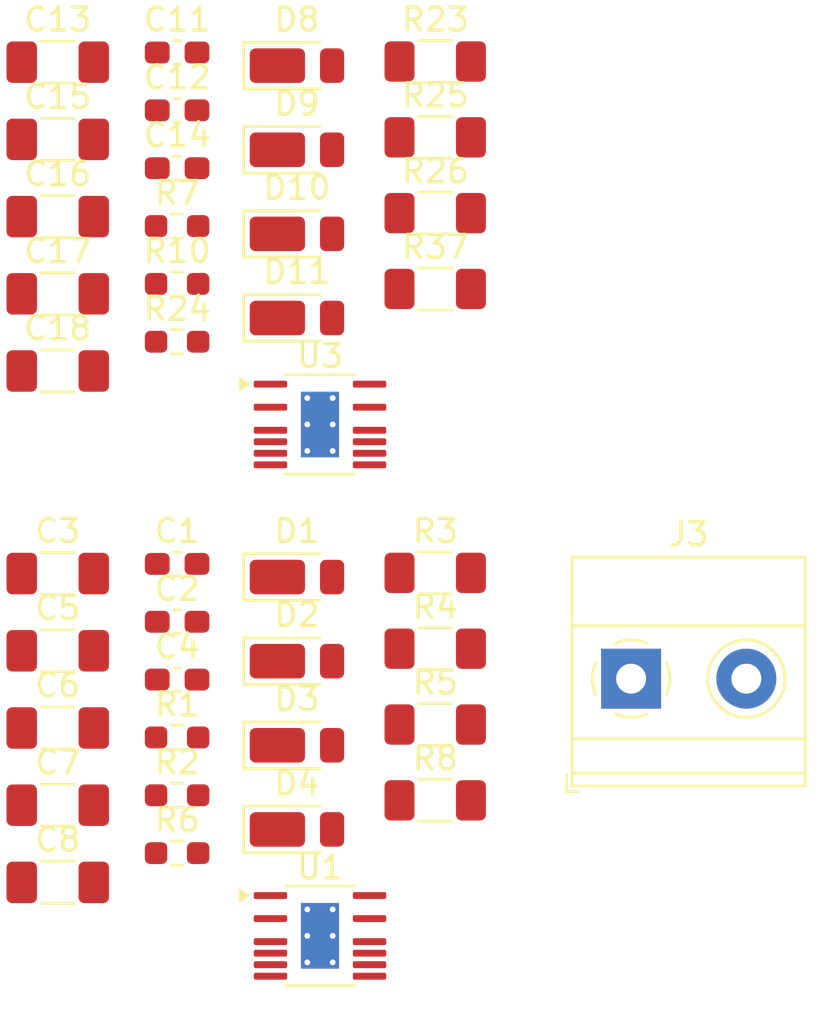
<source format=kicad_pcb>
(kicad_pcb (version 20240108) (generator "pcbnew") (generator_version "8.0")
  (layers (0 "F.Cu" signal) (31 "B.Cu" signal) (34 "B.Paste" user) (35 "F.Paste" user) (36 "B.SilkS" user "B.Silkscreen") (37 "F.SilkS" user "F.Silkscreen") (38 "B.Mask" user) (39 "F.Mask" user) (44 "Edge.Cuts" user))
  (net 0 "")
  (net 1 "Net-(U1-SS)")
  (net 2 "GND")
  (net 3 "Net-(C2-Pad1)")
  (net 4 "Net-(D1-K)")
  (net 5 "Net-(U1-SW1)")
  (net 6 "Net-(U1-INVTCC)")
  (net 7 "Net-(D3-K)")
  (net 8 "Net-(D4-K)")
  (net 9 "Net-(D2-K)")
  (net 10 "+110V")
  (net 11 "Net-(U3-SS)")
  (net 12 "Net-(C12-Pad1)")
  (net 13 "Net-(U3-SW1)")
  (net 14 "Net-(D8-A)")
  (net 15 "Net-(U3-INVTCC)")
  (net 16 "Net-(D10-A)")
  (net 17 "Net-(D10-K)")
  (net 18 "Net-(C16-Pad1)")
  (net 19 "-110V")
  (net 20 "Net-(D1-A)")
  (net 21 "Net-(D3-A)")
  (net 22 "Net-(D9-A)")
  (net 23 "Net-(D11-A)")
  (net 24 "+24V")
  (net 25 "Net-(U1-RT)")
  (net 26 "Net-(U1-VC)")
  (net 27 "Net-(U1-FBX)")
  (net 28 "Net-(U3-RT)")
  (net 29 "Net-(U3-VC)")
  (net 30 "Net-(U3-FBX)")
  (footprint "Capacitor_SMD:C_1206_3216Metric_Pad1.33x1.80mm_HandSolder" (layer "F.Cu") (at 140.173 111.995)
    (property "Reference" "C6" (at 0 -1.85 0) (layer "F.SilkS"))
    (property "Value" "0.22u")
    (fp_line (start -0.711252 -0.91) (end 0.711252 -0.91) (stroke (width 0.12)) (layer "F.SilkS"))
    (fp_line (start -0.711252 0.91) (end 0.711252 0.91) (stroke (width 0.12)) (layer "F.SilkS"))
    (pad "1" smd roundrect (at -1.5625 0) (size 1.325 1.8) (layers "F.Cu" "F.Paste" "F.Mask") (roundrect_rratio 0.188679) (net 8 "Net-(D4-K)"))
    (pad "2" smd roundrect (at 1.5625 0) (size 1.325 1.8) (layers "F.Cu" "F.Paste" "F.Mask") (roundrect_rratio 0.188679) (net 9 "Net-(D2-K)"))
  )
  (footprint "Capacitor_SMD:C_1206_3216Metric_Pad1.33x1.80mm_HandSolder" (layer "F.Cu") (at 140.173 96.505)
    (property "Reference" "C18" (at 0 -1.85 0) (layer "F.SilkS"))
    (property "Value" "0.1u")
    (fp_line (start -0.711252 -0.91) (end 0.711252 -0.91) (stroke (width 0.12)) (layer "F.SilkS"))
    (fp_line (start -0.711252 0.91) (end 0.711252 0.91) (stroke (width 0.12)) (layer "F.SilkS"))
    (pad "1" smd roundrect (at -1.5625 0) (size 1.325 1.8) (layers "F.Cu" "F.Paste" "F.Mask") (roundrect_rratio 0.188679) (net 19 "-110V"))
    (pad "2" smd roundrect (at 1.5625 0) (size 1.325 1.8) (layers "F.Cu" "F.Paste" "F.Mask") (roundrect_rratio 0.188679) (net 2 "GND"))
  )
  (footprint "TerminalBlock_Phoenix:TerminalBlock_Phoenix_MKDS-1,5-2_1x02_P5.00mm_Horizontal" (layer "F.Cu") (at 165.053 109.855)
    (property "Reference" "J3" (at 2.5 -6.26 0) (layer "F.SilkS"))
    (property "Value" "1715721")
    (fp_line (start -2.8 4.16) (end -2.8 4.9) (stroke (width 0.12)) (layer "F.SilkS"))
    (fp_line (start -2.8 4.9) (end -2.3 4.9) (stroke (width 0.12)) (layer "F.SilkS"))
    (fp_line (start -2.56 -5.261) (end -2.56 4.66) (stroke (width 0.12)) (layer "F.SilkS"))
    (fp_line (start -2.56 -5.261) (end 7.56 -5.261) (stroke (width 0.12)) (layer "F.SilkS"))
    (fp_line (start -2.56 -2.301) (end 7.56 -2.301) (stroke (width 0.12)) (layer "F.SilkS"))
    (fp_line (start -2.56 2.6) (end 7.56 2.6) (stroke (width 0.12)) (layer "F.SilkS"))
    (fp_line (start -2.56 4.1) (end 7.56 4.1) (stroke (width 0.12)) (layer "F.SilkS"))
    (fp_line (start -2.56 4.66) (end 7.56 4.66) (stroke (width 0.12)) (layer "F.SilkS"))
    (fp_line (start 3.773 1.023) (end 3.726 1.069) (stroke (width 0.12)) (layer "F.SilkS"))
    (fp_line (start 3.966 1.239) (end 3.931 1.274) (stroke (width 0.12)) (layer "F.SilkS"))
    (fp_line (start 6.07 -1.275) (end 6.035 -1.239) (stroke (width 0.12)) (layer "F.SilkS"))
    (fp_line (start 6.275 -1.069) (end 6.228 -1.023) (stroke (width 0.12)) (layer "F.SilkS"))
    (fp_line (start 7.56 -5.261) (end 7.56 4.66) (stroke (width 0.12)) (layer "F.SilkS"))
    (fp_arc (start -1.535427 0.683042) (mid -1.680501 -0.000524) (end -1.535 -0.684) (stroke (width 0.12)) (layer "F.SilkS"))
    (fp_arc (start -0.683042 -1.535427) (mid 0.000524 -1.680501) (end 0.684 -1.535) (stroke (width 0.12)) (layer "F.SilkS"))
    (fp_arc (start 0.028805 1.680253) (mid -0.335551 1.646659) (end -0.684 1.535) (stroke (width 0.12)) (layer "F.SilkS"))
    (fp_arc (start 0.683318 1.534756) (mid 0.349292 1.643288) (end 0 1.68) (stroke (width 0.12)) (layer "F.SilkS"))
    (fp_arc (start 1.535427 -0.683042) (mid 1.680501 0.000524) (end 1.535 0.684) (stroke (width 0.12)) (layer "F.SilkS"))
    (fp_circle (center 5 0) (end 6.68 0) (stroke (width 0.12)) (fill none) (layer "F.SilkS"))
    (pad "1" thru_hole rect (at 0 0) (size 2.6 2.6) (drill 1.3) (layers "*.Cu" "*.Mask") (net 24 "+24V"))
    (pad "2" thru_hole circle (at 5 0) (size 2.6 2.6) (drill 1.3) (layers "*.Cu" "*.Mask") (net 2 "GND"))
  )
  (footprint "BOOST_LT8365:05-08-1871_ADI" (layer "F.Cu") (at 151.553 98.825)
    (property "Reference" "U3" (at 0 -2.97 0) (layer "F.SilkS"))
    (property "Value" "LT8365")
    (fp_line (start 0 -2.16) (end -1.5 -2.16) (stroke (width 0.12)) (layer "F.SilkS"))
    (fp_line (start 0 -2.16) (end 1.5 -2.16) (stroke (width 0.12)) (layer "F.SilkS"))
    (fp_line (start 0 2.16) (end -1.5 2.16) (stroke (width 0.12)) (layer "F.SilkS"))
    (fp_line (start 0 2.16) (end 1.5 2.16) (stroke (width 0.12)) (layer "F.SilkS"))
    (fp_poly (pts (xy -3.135 -1.75) (xy -3.465 -1.99) (xy -3.465 -1.51) (xy -3.135 -1.75)) (stroke (width 0.12)) (fill solid) (layer "F.SilkS"))
    (pad "1" smd roundrect (at -2.15 -1.75) (size 1.45 0.3) (layers "F.Cu" "F.Paste" "F.Mask") (net 24 "+24V"))
    (pad "3" smd roundrect (at -2.15 -0.75) (size 1.45 0.3) (layers "F.Cu" "F.Paste" "F.Mask") (net 24 "+24V"))
    (pad "5" smd roundrect (at -2.15 0.25) (size 1.45 0.3) (layers "F.Cu" "F.Paste" "F.Mask") (net 15 "Net-(U3-INVTCC)"))
    (pad "6" smd roundrect (at -2.15 0.75) (size 1.45 0.3) (layers "F.Cu" "F.Paste" "F.Mask"))
    (pad "7" smd roundrect (at -2.15 1.25) (size 1.45 0.3) (layers "F.Cu" "F.Paste" "F.Mask") (net 2 "GND"))
    (pad "8" smd roundrect (at -2.15 1.75) (size 1.45 0.3) (layers "F.Cu" "F.Paste" "F.Mask") (net 29 "Net-(U3-VC)"))
    (pad "9" smd roundrect (at 2.15 1.75) (size 1.45 0.3) (layers "F.Cu" "F.Paste" "F.Mask") (net 30 "Net-(U3-FBX)"))
    (pad "10" smd roundrect (at 2.15 1.25) (size 1.45 0.3) (layers "F.Cu" "F.Paste" "F.Mask") (net 28 "Net-(U3-RT)"))
    (pad "11" smd roundrect (at 2.15 0.75) (size 1.45 0.3) (layers "F.Cu" "F.Paste" "F.Mask") (net 11 "Net-(U3-SS)"))
    (pad "12" smd roundrect (at 2.15 0.25) (size 1.45 0.3) (layers "F.Cu" "F.Paste" "F.Mask") (net 2 "GND"))
    (pad "14" smd roundrect (at 2.15 -0.75) (size 1.45 0.3) (layers "F.Cu" "F.Paste" "F.Mask") (net 13 "Net-(U3-SW1)"))
    (pad "16" smd roundrect (at 2.15 -1.75) (size 1.45 0.3) (layers "F.Cu" "F.Paste" "F.Mask") (net 13 "Net-(U3-SW1)"))
    (pad "17" thru_hole circle (at -0.5505 -1.1475) (size 0.55 0.55) (drill 0.25) (property pad_prop_heatsink) (layers "*.Cu") (net 2 "GND"))
    (pad "17" thru_hole circle (at -0.5505 0) (size 0.55 0.55) (drill 0.25) (property pad_prop_heatsink) (layers "*.Cu") (net 2 "GND"))
    (pad "17" thru_hole circle (at -0.5505 1.1475) (size 0.55 0.55) (drill 0.25) (property pad_prop_heatsink) (layers "*.Cu") (net 2 "GND"))
    (pad "17" smd rect (at 0 0) (size 1.651 2.845) (property pad_prop_heatsink) (layers "F.Cu" "F.Mask") (net 2 "GND"))
    (pad "17" smd rect (at 0 0) (size 1.651 2.845) (property pad_prop_heatsink) (layers "B.Cu") (net 2 "GND"))
    (pad "17" thru_hole circle (at 0.5505 -1.1475) (size 0.55 0.55) (drill 0.25) (property pad_prop_heatsink) (layers "*.Cu") (net 2 "GND"))
    (pad "17" thru_hole circle (at 0.5505 0) (size 0.55 0.55) (drill 0.25) (property pad_prop_heatsink) (layers "*.Cu") (net 2 "GND"))
    (pad "17" thru_hole circle (at 0.5505 1.1475) (size 0.55 0.55) (drill 0.25) (property pad_prop_heatsink) (layers "*.Cu") (net 2 "GND"))
  )
  (footprint "Capacitor_SMD:C_1206_3216Metric_Pad1.33x1.80mm_HandSolder" (layer "F.Cu") (at 140.173 115.345)
    (property "Reference" "C7" (at 0 -1.85 0) (layer "F.SilkS"))
    (property "Value" "0.22u")
    (fp_line (start -0.711252 -0.91) (end 0.711252 -0.91) (stroke (width 0.12)) (layer "F.SilkS"))
    (fp_line (start -0.711252 0.91) (end 0.711252 0.91) (stroke (width 0.12)) (layer "F.SilkS"))
    (pad "1" smd roundrect (at -1.5625 0) (size 1.325 1.8) (layers "F.Cu" "F.Paste" "F.Mask") (roundrect_rratio 0.188679) (net 9 "Net-(D2-K)"))
    (pad "2" smd roundrect (at 1.5625 0) (size 1.325 1.8) (layers "F.Cu" "F.Paste" "F.Mask") (roundrect_rratio 0.188679) (net 2 "GND"))
  )
  (footprint "Capacitor_SMD:C_1206_3216Metric_Pad1.33x1.80mm_HandSolder" (layer "F.Cu") (at 140.173 83.105)
    (property "Reference" "C13" (at 0 -1.85 0) (layer "F.SilkS"))
    (property "Value" "0.1u")
    (fp_line (start -0.711252 -0.91) (end 0.711252 -0.91) (stroke (width 0.12)) (layer "F.SilkS"))
    (fp_line (start -0.711252 0.91) (end 0.711252 0.91) (stroke (width 0.12)) (layer "F.SilkS"))
    (pad "1" smd roundrect (at -1.5625 0) (size 1.325 1.8) (layers "F.Cu" "F.Paste" "F.Mask") (roundrect_rratio 0.188679) (net 13 "Net-(U3-SW1)"))
    (pad "2" smd roundrect (at 1.5625 0) (size 1.325 1.8) (layers "F.Cu" "F.Paste" "F.Mask") (roundrect_rratio 0.188679) (net 14 "Net-(D8-A)"))
  )
  (footprint "Capacitor_SMD:C_1206_3216Metric_Pad1.33x1.80mm_HandSolder" (layer "F.Cu") (at 140.173 89.805)
    (property "Reference" "C16" (at 0 -1.85 0) (layer "F.SilkS"))
    (property "Value" "0.22u")
    (fp_line (start -0.711252 -0.91) (end 0.711252 -0.91) (stroke (width 0.12)) (layer "F.SilkS"))
    (fp_line (start -0.711252 0.91) (end 0.711252 0.91) (stroke (width 0.12)) (layer "F.SilkS"))
    (pad "1" smd roundrect (at -1.5625 0) (size 1.325 1.8) (layers "F.Cu" "F.Paste" "F.Mask") (roundrect_rratio 0.188679) (net 18 "Net-(C16-Pad1)"))
    (pad "2" smd roundrect (at 1.5625 0) (size 1.325 1.8) (layers "F.Cu" "F.Paste" "F.Mask") (roundrect_rratio 0.188679) (net 17 "Net-(D10-K)"))
  )
  (footprint "Diode_SMD:D_PowerDI-123" (layer "F.Cu") (at 150.553 109.095)
    (property "Reference" "D2" (at 0 -2 0) (layer "F.SilkS"))
    (property "Value" "DFLS1150")
    (fp_line (start -2.31 1.01) (end -2.31 -1.01) (stroke (width 0.12)) (layer "F.SilkS"))
    (fp_line (start -2.31 1.01) (end 1 1.01) (stroke (width 0.12)) (layer "F.SilkS"))
    (fp_line (start 1 -1.01) (end -2.31 -1.01) (stroke (width 0.12)) (layer "F.SilkS"))
    (pad "1" smd roundrect (at -0.85 0 180) (size 2.4 1.5) (layers "F.Cu" "F.Paste" "F.Mask") (roundrect_rratio 0.1666666667) (net 9 "Net-(D2-K)"))
    (pad "2" smd roundrect (at 1.525 0 180) (size 1.05 1.5) (layers "F.Cu" "F.Paste" "F.Mask") (roundrect_rratio 0.2380952381) (net 4 "Net-(D1-K)"))
  )
  (footprint "Capacitor_SMD:C_0603_1608Metric_Pad1.08x0.95mm_HandSolder" (layer "F.Cu") (at 145.353 104.875)
    (property "Reference" "C1" (at 0 -1.43 0) (layer "F.SilkS"))
    (property "Value" "0.22u")
    (fp_line (start -0.146267 -0.51) (end 0.146267 -0.51) (stroke (width 0.12)) (layer "F.SilkS"))
    (fp_line (start -0.146267 0.51) (end 0.146267 0.51) (stroke (width 0.12)) (layer "F.SilkS"))
    (pad "1" smd roundrect (at -0.8625 0) (size 1.075 0.95) (layers "F.Cu" "F.Paste" "F.Mask") (net 1 "Net-(U1-SS)"))
    (pad "2" smd roundrect (at 0.8625 0) (size 1.075 0.95) (layers "F.Cu" "F.Paste" "F.Mask") (net 2 "GND"))
  )
  (footprint "Capacitor_SMD:C_1206_3216Metric_Pad1.33x1.80mm_HandSolder" (layer "F.Cu") (at 140.173 93.155)
    (property "Reference" "C17" (at 0 -1.85 0) (layer "F.SilkS"))
    (property "Value" "0.22u")
    (fp_line (start -0.711252 -0.91) (end 0.711252 -0.91) (stroke (width 0.12)) (layer "F.SilkS"))
    (fp_line (start -0.711252 0.91) (end 0.711252 0.91) (stroke (width 0.12)) (layer "F.SilkS"))
    (pad "1" smd roundrect (at -1.5625 0) (size 1.325 1.8) (layers "F.Cu" "F.Paste" "F.Mask") (roundrect_rratio 0.188679) (net 17 "Net-(D10-K)"))
    (pad "2" smd roundrect (at 1.5625 0) (size 1.325 1.8) (layers "F.Cu" "F.Paste" "F.Mask") (roundrect_rratio 0.188679) (net 2 "GND"))
  )
  (footprint "Resistor_SMD:R_1206_3216Metric_Pad1.30x1.75mm_HandSolder" (layer "F.Cu") (at 156.553 86.365)
    (property "Reference" "R25" (at 0 -1.82 0) (layer "F.SilkS"))
    (property "Value" "47")
    (fp_line (start -0.727064 -0.91) (end 0.727064 -0.91) (stroke (width 0.12)) (layer "F.SilkS"))
    (fp_line (start -0.727064 0.91) (end 0.727064 0.91) (stroke (width 0.12)) (layer "F.SilkS"))
    (pad "1" smd roundrect (at -1.55 0) (size 1.3 1.75) (layers "F.Cu" "F.Paste" "F.Mask") (roundrect_rratio 0.192308) (net 18 "Net-(C16-Pad1)"))
    (pad "2" smd roundrect (at 1.55 0) (size 1.3 1.75) (layers "F.Cu" "F.Paste" "F.Mask") (roundrect_rratio 0.192308) (net 19 "-110V"))
  )
  (footprint "Resistor_SMD:R_0603_1608Metric_Pad0.98x0.95mm_HandSolder" (layer "F.Cu") (at 145.353 95.235)
    (property "Reference" "R24" (at 0 -1.43 0) (layer "F.SilkS"))
    (property "Value" "7k32")
    (fp_line (start -0.254724 -0.5225) (end 0.254724 -0.5225) (stroke (width 0.12)) (layer "F.SilkS"))
    (fp_line (start -0.254724 0.5225) (end 0.254724 0.5225) (stroke (width 0.12)) (layer "F.SilkS"))
    (pad "1" smd roundrect (at -0.9125 0) (size 0.975 0.95) (layers "F.Cu" "F.Paste" "F.Mask") (net 30 "Net-(U3-FBX)"))
    (pad "2" smd roundrect (at 0.9125 0) (size 0.975 0.95) (layers "F.Cu" "F.Paste" "F.Mask") (net 2 "GND"))
  )
  (footprint "Resistor_SMD:R_1206_3216Metric_Pad1.30x1.75mm_HandSolder" (layer "F.Cu") (at 156.553 115.135)
    (property "Reference" "R8" (at 0 -1.82 0) (layer "F.SilkS"))
    (property "Value" "47")
    (fp_line (start -0.727064 -0.91) (end 0.727064 -0.91) (stroke (width 0.12)) (layer "F.SilkS"))
    (fp_line (start -0.727064 0.91) (end 0.727064 0.91) (stroke (width 0.12)) (layer "F.SilkS"))
    (pad "1" smd roundrect (at -1.55 0) (size 1.3 1.75) (layers "F.Cu" "F.Paste" "F.Mask") (roundrect_rratio 0.192308) (net 8 "Net-(D4-K)"))
    (pad "2" smd roundrect (at 1.55 0) (size 1.3 1.75) (layers "F.Cu" "F.Paste" "F.Mask") (roundrect_rratio 0.192308) (net 10 "+110V"))
  )
  (footprint "Diode_SMD:D_PowerDI-123" (layer "F.Cu") (at 150.553 116.395)
    (property "Reference" "D4" (at 0 -2 0) (layer "F.SilkS"))
    (property "Value" "DFLS1150")
    (fp_line (start -2.31 1.01) (end -2.31 -1.01) (stroke (width 0.12)) (layer "F.SilkS"))
    (fp_line (start -2.31 1.01) (end 1 1.01) (stroke (width 0.12)) (layer "F.SilkS"))
    (fp_line (start 1 -1.01) (end -2.31 -1.01) (stroke (width 0.12)) (layer "F.SilkS"))
    (pad "1" smd roundrect (at -0.85 0 180) (size 2.4 1.5) (layers "F.Cu" "F.Paste" "F.Mask") (roundrect_rratio 0.1666666667) (net 8 "Net-(D4-K)"))
    (pad "2" smd roundrect (at 1.525 0 180) (size 1.05 1.5) (layers "F.Cu" "F.Paste" "F.Mask") (roundrect_rratio 0.2380952381) (net 7 "Net-(D3-K)"))
  )
  (footprint "Capacitor_SMD:C_1206_3216Metric_Pad1.33x1.80mm_HandSolder" (layer "F.Cu") (at 140.173 108.645)
    (property "Reference" "C5" (at 0 -1.85 0) (layer "F.SilkS"))
    (property "Value" "0.1u")
    (fp_line (start -0.711252 -0.91) (end 0.711252 -0.91) (stroke (width 0.12)) (layer "F.SilkS"))
    (fp_line (start -0.711252 0.91) (end 0.711252 0.91) (stroke (width 0.12)) (layer "F.SilkS"))
    (pad "1" smd roundrect (at -1.5625 0) (size 1.325 1.8) (layers "F.Cu" "F.Paste" "F.Mask") (roundrect_rratio 0.188679) (net 4 "Net-(D1-K)"))
    (pad "2" smd roundrect (at 1.5625 0) (size 1.325 1.8) (layers "F.Cu" "F.Paste" "F.Mask") (roundrect_rratio 0.188679) (net 7 "Net-(D3-K)"))
  )
  (footprint "Resistor_SMD:R_1206_3216Metric_Pad1.30x1.75mm_HandSolder" (layer "F.Cu") (at 156.553 83.075)
    (property "Reference" "R23" (at 0 -1.82 0) (layer "F.SilkS"))
    (property "Value" "20")
    (fp_line (start -0.727064 -0.91) (end 0.727064 -0.91) (stroke (width 0.12)) (layer "F.SilkS"))
    (fp_line (start -0.727064 0.91) (end 0.727064 0.91) (stroke (width 0.12)) (layer "F.SilkS"))
    (pad "1" smd roundrect (at -1.55 0) (size 1.3 1.75) (layers "F.Cu" "F.Paste" "F.Mask") (roundrect_rratio 0.192308) (net 22 "Net-(D9-A)"))
    (pad "2" smd roundrect (at 1.55 0) (size 1.3 1.75) (layers "F.Cu" "F.Paste" "F.Mask") (roundrect_rratio 0.192308) (net 17 "Net-(D10-K)"))
  )
  (footprint "Capacitor_SMD:C_1206_3216Metric_Pad1.33x1.80mm_HandSolder" (layer "F.Cu") (at 140.173 105.295)
    (property "Reference" "C3" (at 0 -1.85 0) (layer "F.SilkS"))
    (property "Value" "0.1u")
    (fp_line (start -0.711252 -0.91) (end 0.711252 -0.91) (stroke (width 0.12)) (layer "F.SilkS"))
    (fp_line (start -0.711252 0.91) (end 0.711252 0.91) (stroke (width 0.12)) (layer "F.SilkS"))
    (pad "1" smd roundrect (at -1.5625 0) (size 1.325 1.8) (layers "F.Cu" "F.Paste" "F.Mask") (roundrect_rratio 0.188679) (net 5 "Net-(U1-SW1)"))
    (pad "2" smd roundrect (at 1.5625 0) (size 1.325 1.8) (layers "F.Cu" "F.Paste" "F.Mask") (roundrect_rratio 0.188679) (net 4 "Net-(D1-K)"))
  )
  (footprint "Capacitor_SMD:C_0603_1608Metric_Pad1.08x0.95mm_HandSolder" (layer "F.Cu") (at 145.353 109.895)
    (property "Reference" "C4" (at 0 -1.43 0) (layer "F.SilkS"))
    (property "Value" "1u")
    (fp_line (start -0.146267 -0.51) (end 0.146267 -0.51) (stroke (width 0.12)) (layer "F.SilkS"))
    (fp_line (start -0.146267 0.51) (end 0.146267 0.51) (stroke (width 0.12)) (layer "F.SilkS"))
    (pad "1" smd roundrect (at -0.8625 0) (size 1.075 0.95) (layers "F.Cu" "F.Paste" "F.Mask") (net 6 "Net-(U1-INVTCC)"))
    (pad "2" smd roundrect (at 0.8625 0) (size 1.075 0.95) (layers "F.Cu" "F.Paste" "F.Mask") (net 2 "GND"))
  )
  (footprint "Resistor_SMD:R_0603_1608Metric_Pad0.98x0.95mm_HandSolder" (layer "F.Cu") (at 145.353 92.725)
    (property "Reference" "R10" (at 0 -1.43 0) (layer "F.SilkS"))
    (property "Value" "44k2")
    (fp_line (start -0.254724 -0.5225) (end 0.254724 -0.5225) (stroke (width 0.12)) (layer "F.SilkS"))
    (fp_line (start -0.254724 0.5225) (end 0.254724 0.5225) (stroke (width 0.12)) (layer "F.SilkS"))
    (pad "1" smd roundrect (at -0.9125 0) (size 0.975 0.95) (layers "F.Cu" "F.Paste" "F.Mask") (net 29 "Net-(U3-VC)"))
    (pad "2" smd roundrect (at 0.9125 0) (size 0.975 0.95) (layers "F.Cu" "F.Paste" "F.Mask") (net 12 "Net-(C12-Pad1)"))
  )
  (footprint "Diode_SMD:D_PowerDI-123" (layer "F.Cu") (at 150.553 94.205)
    (property "Reference" "D11" (at 0 -2 0) (layer "F.SilkS"))
    (property "Value" "DFLS1150")
    (fp_line (start -2.31 1.01) (end -2.31 -1.01) (stroke (width 0.12)) (layer "F.SilkS"))
    (fp_line (start -2.31 1.01) (end 1 1.01) (stroke (width 0.12)) (layer "F.SilkS"))
    (fp_line (start 1 -1.01) (end -2.31 -1.01) (stroke (width 0.12)) (layer "F.SilkS"))
    (pad "1" smd roundrect (at -0.85 0 180) (size 2.4 1.5) (layers "F.Cu" "F.Paste" "F.Mask") (roundrect_rratio 0.1666666667) (net 16 "Net-(D10-A)"))
    (pad "2" smd roundrect (at 1.525 0 180) (size 1.05 1.5) (layers "F.Cu" "F.Paste" "F.Mask") (roundrect_rratio 0.2380952381) (net 23 "Net-(D11-A)"))
  )
  (footprint "Diode_SMD:D_PowerDI-123" (layer "F.Cu") (at 150.553 112.745)
    (property "Reference" "D3" (at 0 -2 0) (layer "F.SilkS"))
    (property "Value" "DFLS1150")
    (fp_line (start -2.31 1.01) (end -2.31 -1.01) (stroke (width 0.12)) (layer "F.SilkS"))
    (fp_line (start -2.31 1.01) (end 1 1.01) (stroke (width 0.12)) (layer "F.SilkS"))
    (fp_line (start 1 -1.01) (end -2.31 -1.01) (stroke (width 0.12)) (layer "F.SilkS"))
    (pad "1" smd roundrect (at -0.85 0 180) (size 2.4 1.5) (layers "F.Cu" "F.Paste" "F.Mask") (roundrect_rratio 0.1666666667) (net 7 "Net-(D3-K)"))
    (pad "2" smd roundrect (at 1.525 0 180) (size 1.05 1.5) (layers "F.Cu" "F.Paste" "F.Mask") (roundrect_rratio 0.2380952381) (net 21 "Net-(D3-A)"))
  )
  (footprint "Diode_SMD:D_PowerDI-123" (layer "F.Cu") (at 150.553 105.445)
    (property "Reference" "D1" (at 0 -2 0) (layer "F.SilkS"))
    (property "Value" "DFLS1150")
    (fp_line (start -2.31 1.01) (end -2.31 -1.01) (stroke (width 0.12)) (layer "F.SilkS"))
    (fp_line (start -2.31 1.01) (end 1 1.01) (stroke (width 0.12)) (layer "F.SilkS"))
    (fp_line (start 1 -1.01) (end -2.31 -1.01) (stroke (width 0.12)) (layer "F.SilkS"))
    (pad "1" smd roundrect (at -0.85 0 180) (size 2.4 1.5) (layers "F.Cu" "F.Paste" "F.Mask") (roundrect_rratio 0.1666666667) (net 4 "Net-(D1-K)"))
    (pad "2" smd roundrect (at 1.525 0 180) (size 1.05 1.5) (layers "F.Cu" "F.Paste" "F.Mask") (roundrect_rratio 0.2380952381) (net 20 "Net-(D1-A)"))
  )
  (footprint "Capacitor_SMD:C_1206_3216Metric_Pad1.33x1.80mm_HandSolder" (layer "F.Cu") (at 140.173 86.455)
    (property "Reference" "C15" (at 0 -1.85 0) (layer "F.SilkS"))
    (property "Value" "0.1u")
    (fp_line (start -0.711252 -0.91) (end 0.711252 -0.91) (stroke (width 0.12)) (layer "F.SilkS"))
    (fp_line (start -0.711252 0.91) (end 0.711252 0.91) (stroke (width 0.12)) (layer "F.SilkS"))
    (pad "1" smd roundrect (at -1.5625 0) (size 1.325 1.8) (layers "F.Cu" "F.Paste" "F.Mask") (roundrect_rratio 0.188679) (net 14 "Net-(D8-A)"))
    (pad "2" smd roundrect (at 1.5625 0) (size 1.325 1.8) (layers "F.Cu" "F.Paste" "F.Mask") (roundrect_rratio 0.188679) (net 16 "Net-(D10-A)"))
  )
  (footprint "Resistor_SMD:R_0603_1608Metric_Pad0.98x0.95mm_HandSolder" (layer "F.Cu") (at 145.353 117.425)
    (property "Reference" "R6" (at 0 -1.43 0) (layer "F.SilkS"))
    (property "Value" "14k7")
    (fp_line (start -0.254724 -0.5225) (end 0.254724 -0.5225) (stroke (width 0.12)) (layer "F.SilkS"))
    (fp_line (start -0.254724 0.5225) (end 0.254724 0.5225) (stroke (width 0.12)) (layer "F.SilkS"))
    (pad "1" smd roundrect (at -0.9125 0) (size 0.975 0.95) (layers "F.Cu" "F.Paste" "F.Mask") (net 27 "Net-(U1-FBX)"))
    (pad "2" smd roundrect (at 0.9125 0) (size 0.975 0.95) (layers "F.Cu" "F.Paste" "F.Mask") (net 2 "GND"))
  )
  (footprint "Resistor_SMD:R_1206_3216Metric_Pad1.30x1.75mm_HandSolder" (layer "F.Cu") (at 156.553 108.555)
    (property "Reference" "R4" (at 0 -1.82 0) (layer "F.SilkS"))
    (property "Value" "1Meg")
    (fp_line (start -0.727064 -0.91) (end 0.727064 -0.91) (stroke (width 0.12)) (layer "F.SilkS"))
    (fp_line (start -0.727064 0.91) (end 0.727064 0.91) (stroke (width 0.12)) (layer "F.SilkS"))
    (pad "1" smd roundrect (at -1.55 0) (size 1.3 1.75) (layers "F.Cu" "F.Paste" "F.Mask") (roundrect_rratio 0.192308) (net 27 "Net-(U1-FBX)"))
    (pad "2" smd roundrect (at 1.55 0) (size 1.3 1.75) (layers "F.Cu" "F.Paste" "F.Mask") (roundrect_rratio 0.192308) (net 10 "+110V"))
  )
  (footprint "BOOST_LT8365:05-08-1871_ADI" (layer "F.Cu") (at 151.553 121.015)
    (property "Reference" "U1" (at 0 -2.97 0) (layer "F.SilkS"))
    (property "Value" "LT8365")
    (fp_line (start 0 -2.16) (end -1.5 -2.16) (stroke (width 0.12)) (layer "F.SilkS"))
    (fp_line (start 0 -2.16) (end 1.5 -2.16) (stroke (width 0.12)) (layer "F.SilkS"))
    (fp_line (start 0 2.16) (end -1.5 2.16) (stroke (width 0.12)) (layer "F.SilkS"))
    (fp_line (start 0 2.16) (end 1.5 2.16) (stroke (width 0.12)) (layer "F.SilkS"))
    (fp_poly (pts (xy -3.135 -1.75) (xy -3.465 -1.99) (xy -3.465 -1.51) (xy -3.135 -1.75)) (stroke (width 0.12)) (fill solid) (layer "F.SilkS"))
    (pad "1" smd roundrect (at -2.15 -1.75) (size 1.45 0.3) (layers "F.Cu" "F.Paste" "F.Mask") (net 24 "+24V"))
    (pad "3" smd roundrect (at -2.15 -0.75) (size 1.45 0.3) (layers "F.Cu" "F.Paste" "F.Mask") (net 24 "+24V"))
    (pad "5" smd roundrect (at -2.15 0.25) (size 1.45 0.3) (layers "F.Cu" "F.Paste" "F.Mask") (net 6 "Net-(U1-INVTCC)"))
    (pad "6" smd roundrect (at -2.15 0.75) (size 1.45 0.3) (layers "F.Cu" "F.Paste" "F.Mask"))
    (pad "7" smd roundrect (at -2.15 1.25) (size 1.45 0.3) (layers "F.Cu" "F.Paste" "F.Mask") (net 2 "GND"))
    (pad "8" smd roundrect (at -2.15 1.75) (size 1.45 0.3) (layers "F.Cu" "F.Paste" "F.Mask") (net 26 "Net-(U1-VC)"))
    (pad "9" smd roundrect (at 2.15 1.75) (size 1.45 0.3) (layers "F.Cu" "F.Paste" "F.Mask") (net 27 "Net-(U1-FBX)"))
    (pad "10" smd roundrect (at 2.15 1.25) (size 1.45 0.3) (layers "F.Cu" "F.Paste" "F.Mask") (net 25 "Net-(U1-RT)"))
    (pad "11" smd roundrect (at 2.15 0.75) (size 1.45 0.3) (layers "F.Cu" "F.Paste" "F.Mask") (net 1 "Net-(U1-SS)"))
    (pad "12" smd roundrect (at 2.15 0.25) (size 1.45 0.3) (layers "F.Cu" "F.Paste" "F.Mask") (net 2 "GND"))
    (pad "14" smd roundrect (at 2.15 -0.75) (size 1.45 0.3) (layers "F.Cu" "F.Paste" "F.Mask") (net 5 "Net-(U1-SW1)"))
    (pad "16" smd roundrect (at 2.15 -1.75) (size 1.45 0.3) (layers "F.Cu" "F.Paste" "F.Mask") (net 5 "Net-(U1-SW1)"))
    (pad "17" thru_hole circle (at -0.5505 -1.1475) (size 0.55 0.55) (drill 0.25) (property pad_prop_heatsink) (layers "*.Cu") (net 2 "GND"))
    (pad "17" thru_hole circle (at -0.5505 0) (size 0.55 0.55) (drill 0.25) (property pad_prop_heatsink) (layers "*.Cu") (net 2 "GND"))
    (pad "17" thru_hole circle (at -0.5505 1.1475) (size 0.55 0.55) (drill 0.25) (property pad_prop_heatsink) (layers "*.Cu") (net 2 "GND"))
    (pad "17" smd rect (at 0 0) (size 1.651 2.845) (property pad_prop_heatsink) (layers "F.Cu" "F.Mask") (net 2 "GND"))
    (pad "17" smd rect (at 0 0) (size 1.651 2.845) (property pad_prop_heatsink) (layers "B.Cu") (net 2 "GND"))
    (pad "17" thru_hole circle (at 0.5505 -1.1475) (size 0.55 0.55) (drill 0.25) (property pad_prop_heatsink) (layers "*.Cu") (net 2 "GND"))
    (pad "17" thru_hole circle (at 0.5505 0) (size 0.55 0.55) (drill 0.25) (property pad_prop_heatsink) (layers "*.Cu") (net 2 "GND"))
    (pad "17" thru_hole circle (at 0.5505 1.1475) (size 0.55 0.55) (drill 0.25) (property pad_prop_heatsink) (layers "*.Cu") (net 2 "GND"))
  )
  (footprint "Resistor_SMD:R_1206_3216Metric_Pad1.30x1.75mm_HandSolder" (layer "F.Cu") (at 156.553 92.945)
    (property "Reference" "R37" (at 0 -1.82 0) (layer "F.SilkS"))
    (property "Value" "20")
    (fp_line (start -0.727064 -0.91) (end 0.727064 -0.91) (stroke (width 0.12)) (layer "F.SilkS"))
    (fp_line (start -0.727064 0.91) (end 0.727064 0.91) (stroke (width 0.12)) (layer "F.SilkS"))
    (pad "1" smd roundrect (at -1.55 0) (size 1.3 1.75) (layers "F.Cu" "F.Paste" "F.Mask") (roundrect_rratio 0.192308) (net 23 "Net-(D11-A)"))
    (pad "2" smd roundrect (at 1.55 0) (size 1.3 1.75) (layers "F.Cu" "F.Paste" "F.Mask") (roundrect_rratio 0.192308) (net 18 "Net-(C16-Pad1)"))
  )
  (footprint "Resistor_SMD:R_1206_3216Metric_Pad1.30x1.75mm_HandSolder" (layer "F.Cu") (at 156.553 89.655)
    (property "Reference" "R26" (at 0 -1.82 0) (layer "F.SilkS"))
    (property "Value" "1Meg")
    (fp_line (start -0.727064 -0.91) (end 0.727064 -0.91) (stroke (width 0.12)) (layer "F.SilkS"))
    (fp_line (start -0.727064 0.91) (end 0.727064 0.91) (stroke (width 0.12)) (layer "F.SilkS"))
    (pad "1" smd roundrect (at -1.55 0) (size 1.3 1.75) (layers "F.Cu" "F.Paste" "F.Mask") (roundrect_rratio 0.192308) (net 30 "Net-(U3-FBX)"))
    (pad "2" smd roundrect (at 1.55 0) (size 1.3 1.75) (layers "F.Cu" "F.Paste" "F.Mask") (roundrect_rratio 0.192308) (net 19 "-110V"))
  )
  (footprint "Resistor_SMD:R_0603_1608Metric_Pad0.98x0.95mm_HandSolder" (layer "F.Cu") (at 145.353 90.215)
    (property "Reference" "R7" (at 0 -1.43 0) (layer "F.SilkS"))
    (property "Value" "107k")
    (fp_line (start -0.254724 -0.5225) (end 0.254724 -0.5225) (stroke (width 0.12)) (layer "F.SilkS"))
    (fp_line (start -0.254724 0.5225) (end 0.254724 0.5225) (stroke (width 0.12)) (layer "F.SilkS"))
    (pad "1" smd roundrect (at -0.9125 0) (size 0.975 0.95) (layers "F.Cu" "F.Paste" "F.Mask") (net 28 "Net-(U3-RT)"))
    (pad "2" smd roundrect (at 0.9125 0) (size 0.975 0.95) (layers "F.Cu" "F.Paste" "F.Mask") (net 2 "GND"))
  )
  (footprint "Diode_SMD:D_PowerDI-123" (layer "F.Cu") (at 150.553 83.255)
    (property "Reference" "D8" (at 0 -2 0) (layer "F.SilkS"))
    (property "Value" "DFLS1150")
    (fp_line (start -2.31 1.01) (end -2.31 -1.01) (stroke (width 0.12)) (layer "F.SilkS"))
    (fp_line (start -2.31 1.01) (end 1 1.01) (stroke (width 0.12)) (layer "F.SilkS"))
    (fp_line (start 1 -1.01) (end -2.31 -1.01) (stroke (width 0.12)) (layer "F.SilkS"))
    (pad "1" smd roundrect (at -0.85 0 180) (size 2.4 1.5) (layers "F.Cu" "F.Paste" "F.Mask") (roundrect_rratio 0.1666666667) (net 2 "GND"))
    (pad "2" smd roundrect (at 1.525 0 180) (size 1.05 1.5) (layers "F.Cu" "F.Paste" "F.Mask") (roundrect_rratio 0.2380952381) (net 14 "Net-(D8-A)"))
  )
  (footprint "Diode_SMD:D_PowerDI-123" (layer "F.Cu") (at 150.553 90.555)
    (property "Reference" "D10" (at 0 -2 0) (layer "F.SilkS"))
    (property "Value" "DFLS1150")
    (fp_line (start -2.31 1.01) (end -2.31 -1.01) (stroke (width 0.12)) (layer "F.SilkS"))
    (fp_line (start -2.31 1.01) (end 1 1.01) (stroke (width 0.12)) (layer "F.SilkS"))
    (fp_line (start 1 -1.01) (end -2.31 -1.01) (stroke (width 0.12)) (layer "F.SilkS"))
    (pad "1" smd roundrect (at -0.85 0 180) (size 2.4 1.5) (layers "F.Cu" "F.Paste" "F.Mask") (roundrect_rratio 0.1666666667) (net 17 "Net-(D10-K)"))
    (pad "2" smd roundrect (at 1.525 0 180) (size 1.05 1.5) (layers "F.Cu" "F.Paste" "F.Mask") (roundrect_rratio 0.2380952381) (net 16 "Net-(D10-A)"))
  )
  (footprint "Capacitor_SMD:C_1206_3216Metric_Pad1.33x1.80mm_HandSolder" (layer "F.Cu") (at 140.173 118.695)
    (property "Reference" "C8" (at 0 -1.85 0) (layer "F.SilkS"))
    (property "Value" "0.1u")
    (fp_line (start -0.711252 -0.91) (end 0.711252 -0.91) (stroke (width 0.12)) (layer "F.SilkS"))
    (fp_line (start -0.711252 0.91) (end 0.711252 0.91) (stroke (width 0.12)) (layer "F.SilkS"))
    (pad "1" smd roundrect (at -1.5625 0) (size 1.325 1.8) (layers "F.Cu" "F.Paste" "F.Mask") (roundrect_rratio 0.188679) (net 10 "+110V"))
    (pad "2" smd roundrect (at 1.5625 0) (size 1.325 1.8) (layers "F.Cu" "F.Paste" "F.Mask") (roundrect_rratio 0.188679) (net 2 "GND"))
  )
  (footprint "Capacitor_SMD:C_0603_1608Metric_Pad1.08x0.95mm_HandSolder" (layer "F.Cu") (at 145.353 82.685)
    (property "Reference" "C11" (at 0 -1.43 0) (layer "F.SilkS"))
    (property "Value" "0.22u")
    (fp_line (start -0.146267 -0.51) (end 0.146267 -0.51) (stroke (width 0.12)) (layer "F.SilkS"))
    (fp_line (start -0.146267 0.51) (end 0.146267 0.51) (stroke (width 0.12)) (layer "F.SilkS"))
    (pad "1" smd roundrect (at -0.8625 0) (size 1.075 0.95) (layers "F.Cu" "F.Paste" "F.Mask") (net 11 "Net-(U3-SS)"))
    (pad "2" smd roundrect (at 0.8625 0) (size 1.075 0.95) (layers "F.Cu" "F.Paste" "F.Mask") (net 2 "GND"))
  )
  (footprint "Capacitor_SMD:C_0603_1608Metric_Pad1.08x0.95mm_HandSolder" (layer "F.Cu") (at 145.353 107.385)
    (property "Reference" "C2" (at 0 -1.43 0) (layer "F.SilkS"))
    (property "Value" "1n8")
    (fp_line (start -0.146267 -0.51) (end 0.146267 -0.51) (stroke (width 0.12)) (layer "F.SilkS"))
    (fp_line (start -0.146267 0.51) (end 0.146267 0.51) (stroke (width 0.12)) (layer "F.SilkS"))
    (pad "1" smd roundrect (at -0.8625 0) (size 1.075 0.95) (layers "F.Cu" "F.Paste" "F.Mask") (net 3 "Net-(C2-Pad1)"))
    (pad "2" smd roundrect (at 0.8625 0) (size 1.075 0.95) (layers "F.Cu" "F.Paste" "F.Mask") (net 2 "GND"))
  )
  (footprint "Capacitor_SMD:C_0603_1608Metric_Pad1.08x0.95mm_HandSolder" (layer "F.Cu") (at 145.353 87.705)
    (property "Reference" "C14" (at 0 -1.43 0) (layer "F.SilkS"))
    (property "Value" "1u")
    (fp_line (start -0.146267 -0.51) (end 0.146267 -0.51) (stroke (width 0.12)) (layer "F.SilkS"))
    (fp_line (start -0.146267 0.51) (end 0.146267 0.51) (stroke (width 0.12)) (layer "F.SilkS"))
    (pad "1" smd roundrect (at -0.8625 0) (size 1.075 0.95) (layers "F.Cu" "F.Paste" "F.Mask") (net 15 "Net-(U3-INVTCC)"))
    (pad "2" smd roundrect (at 0.8625 0) (size 1.075 0.95) (layers "F.Cu" "F.Paste" "F.Mask") (net 2 "GND"))
  )
  (footprint "Resistor_SMD:R_1206_3216Metric_Pad1.30x1.75mm_HandSolder" (layer "F.Cu") (at 156.553 105.265)
    (property "Reference" "R3" (at 0 -1.82 0) (layer "F.SilkS"))
    (property "Value" "20")
    (fp_line (start -0.727064 -0.91) (end 0.727064 -0.91) (stroke (width 0.12)) (layer "F.SilkS"))
    (fp_line (start -0.727064 0.91) (end 0.727064 0.91) (stroke (width 0.12)) (layer "F.SilkS"))
    (pad "1" smd roundrect (at -1.55 0) (size 1.3 1.75) (layers "F.Cu" "F.Paste" "F.Mask") (roundrect_rratio 0.192308) (net 20 "Net-(D1-A)"))
    (pad "2" smd roundrect (at 1.55 0) (size 1.3 1.75) (layers "F.Cu" "F.Paste" "F.Mask") (roundrect_rratio 0.192308) (net 2 "GND"))
  )
  (footprint "Resistor_SMD:R_1206_3216Metric_Pad1.30x1.75mm_HandSolder" (layer "F.Cu") (at 156.553 111.845)
    (property "Reference" "R5" (at 0 -1.82 0) (layer "F.SilkS"))
    (property "Value" "20")
    (fp_line (start -0.727064 -0.91) (end 0.727064 -0.91) (stroke (width 0.12)) (layer "F.SilkS"))
    (fp_line (start -0.727064 0.91) (end 0.727064 0.91) (stroke (width 0.12)) (layer "F.SilkS"))
    (pad "1" smd roundrect (at -1.55 0) (size 1.3 1.75) (layers "F.Cu" "F.Paste" "F.Mask") (roundrect_rratio 0.192308) (net 21 "Net-(D3-A)"))
    (pad "2" smd roundrect (at 1.55 0) (size 1.3 1.75) (layers "F.Cu" "F.Paste" "F.Mask") (roundrect_rratio 0.192308) (net 9 "Net-(D2-K)"))
  )
  (footprint "Diode_SMD:D_PowerDI-123" (layer "F.Cu") (at 150.553 86.905)
    (property "Reference" "D9" (at 0 -2 0) (layer "F.SilkS"))
    (property "Value" "DFLS1150")
    (fp_line (start -2.31 1.01) (end -2.31 -1.01) (stroke (width 0.12)) (layer "F.SilkS"))
    (fp_line (start -2.31 1.01) (end 1 1.01) (stroke (width 0.12)) (layer "F.SilkS"))
    (fp_line (start 1 -1.01) (end -2.31 -1.01) (stroke (width 0.12)) (layer "F.SilkS"))
    (pad "1" smd roundrect (at -0.85 0 180) (size 2.4 1.5) (layers "F.Cu" "F.Paste" "F.Mask") (roundrect_rratio 0.1666666667) (net 14 "Net-(D8-A)"))
    (pad "2" smd roundrect (at 1.525 0 180) (size 1.05 1.5) (layers "F.Cu" "F.Paste" "F.Mask") (roundrect_rratio 0.2380952381) (net 22 "Net-(D9-A)"))
  )
  (footprint "Capacitor_SMD:C_0603_1608Metric_Pad1.08x0.95mm_HandSolder" (layer "F.Cu") (at 145.353 85.195)
    (property "Reference" "C12" (at 0 -1.43 0) (layer "F.SilkS"))
    (property "Value" "1n8")
    (fp_line (start -0.146267 -0.51) (end 0.146267 -0.51) (stroke (width 0.12)) (layer "F.SilkS"))
    (fp_line (start -0.146267 0.51) (end 0.146267 0.51) (stroke (width 0.12)) (layer "F.SilkS"))
    (pad "1" smd roundrect (at -0.8625 0) (size 1.075 0.95) (layers "F.Cu" "F.Paste" "F.Mask") (net 12 "Net-(C12-Pad1)"))
    (pad "2" smd roundrect (at 0.8625 0) (size 1.075 0.95) (layers "F.Cu" "F.Paste" "F.Mask") (net 2 "GND"))
  )
  (footprint "Resistor_SMD:R_0603_1608Metric_Pad0.98x0.95mm_HandSolder" (layer "F.Cu") (at 145.353 112.405)
    (property "Reference" "R1" (at 0 -1.43 0) (layer "F.SilkS"))
    (property "Value" "107k")
    (fp_line (start -0.254724 -0.5225) (end 0.254724 -0.5225) (stroke (width 0.12)) (layer "F.SilkS"))
    (fp_line (start -0.254724 0.5225) (end 0.254724 0.5225) (stroke (width 0.12)) (layer "F.SilkS"))
    (pad "1" smd roundrect (at -0.9125 0) (size 0.975 0.95) (layers "F.Cu" "F.Paste" "F.Mask") (net 25 "Net-(U1-RT)"))
    (pad "2" smd roundrect (at 0.9125 0) (size 0.975 0.95) (layers "F.Cu" "F.Paste" "F.Mask") (net 2 "GND"))
  )
  (footprint "Resistor_SMD:R_0603_1608Metric_Pad0.98x0.95mm_HandSolder" (layer "F.Cu") (at 145.353 114.915)
    (property "Reference" "R2" (at 0 -1.43 0) (layer "F.SilkS"))
    (property "Value" "44k2")
    (fp_line (start -0.254724 -0.5225) (end 0.254724 -0.5225) (stroke (width 0.12)) (layer "F.SilkS"))
    (fp_line (start -0.254724 0.5225) (end 0.254724 0.5225) (stroke (width 0.12)) (layer "F.SilkS"))
    (pad "1" smd roundrect (at -0.9125 0) (size 0.975 0.95) (layers "F.Cu" "F.Paste" "F.Mask") (net 26 "Net-(U1-VC)"))
    (pad "2" smd roundrect (at 0.9125 0) (size 0.975 0.95) (layers "F.Cu" "F.Paste" "F.Mask") (net 3 "Net-(C2-Pad1)"))
  )
)
</source>
